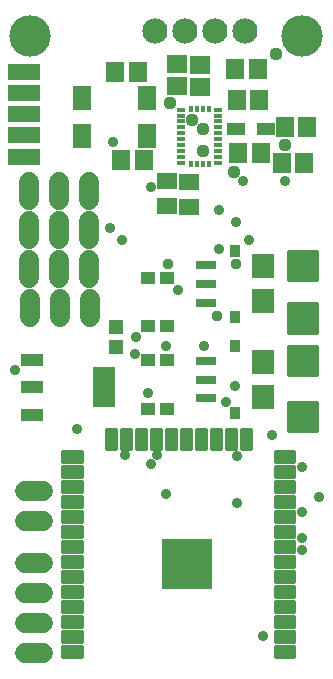
<source format=gbr>
G04 EAGLE Gerber RS-274X export*
G75*
%MOMM*%
%FSLAX34Y34*%
%LPD*%
%INSoldermask Top*%
%IPPOS*%
%AMOC8*
5,1,8,0,0,1.08239X$1,22.5*%
G01*
%ADD10C,3.503200*%
%ADD11C,1.727200*%
%ADD12R,1.203200X1.303200*%
%ADD13C,0.397150*%
%ADD14R,4.203200X4.203200*%
%ADD15R,1.803400X0.711200*%
%ADD16R,0.812800X1.092200*%
%ADD17R,1.905000X2.006600*%
%ADD18R,0.678200X0.453200*%
%ADD19R,0.453200X0.578200*%
%ADD20R,1.703200X1.503200*%
%ADD21R,1.503200X1.703200*%
%ADD22R,1.503200X2.103200*%
%ADD23R,1.703200X1.403200*%
%ADD24C,2.133600*%
%ADD25R,1.553200X1.003200*%
%ADD26C,0.329181*%
%ADD27R,1.964400X1.054000*%
%ADD28R,1.964400X3.354000*%
%ADD29R,1.203200X1.103200*%
%ADD30R,2.743200X1.473200*%
%ADD31C,0.909600*%
%ADD32C,0.959600*%
%ADD33C,1.109600*%


D10*
X25000Y540000D03*
X255000Y540000D03*
D11*
X35720Y18100D02*
X20480Y18100D01*
X20480Y43500D02*
X35720Y43500D01*
X35720Y68900D02*
X20480Y68900D01*
X20480Y94300D02*
X35720Y94300D01*
D12*
X98100Y276600D03*
X98100Y293600D03*
D13*
X68030Y15520D02*
X52970Y15520D01*
X52970Y22580D01*
X68030Y22580D01*
X68030Y15520D01*
X68030Y19293D02*
X52970Y19293D01*
X52970Y28220D02*
X68030Y28220D01*
X52970Y28220D02*
X52970Y35280D01*
X68030Y35280D01*
X68030Y28220D01*
X68030Y31993D02*
X52970Y31993D01*
X52970Y40920D02*
X68030Y40920D01*
X52970Y40920D02*
X52970Y47980D01*
X68030Y47980D01*
X68030Y40920D01*
X68030Y44693D02*
X52970Y44693D01*
X52970Y53620D02*
X68030Y53620D01*
X52970Y53620D02*
X52970Y60680D01*
X68030Y60680D01*
X68030Y53620D01*
X68030Y57393D02*
X52970Y57393D01*
X52970Y66320D02*
X68030Y66320D01*
X52970Y66320D02*
X52970Y73380D01*
X68030Y73380D01*
X68030Y66320D01*
X68030Y70093D02*
X52970Y70093D01*
X52970Y79020D02*
X68030Y79020D01*
X52970Y79020D02*
X52970Y86080D01*
X68030Y86080D01*
X68030Y79020D01*
X68030Y82793D02*
X52970Y82793D01*
X52970Y91720D02*
X68030Y91720D01*
X52970Y91720D02*
X52970Y98780D01*
X68030Y98780D01*
X68030Y91720D01*
X68030Y95493D02*
X52970Y95493D01*
X52970Y104420D02*
X68030Y104420D01*
X52970Y104420D02*
X52970Y111480D01*
X68030Y111480D01*
X68030Y104420D01*
X68030Y108193D02*
X52970Y108193D01*
X52970Y117120D02*
X68030Y117120D01*
X52970Y117120D02*
X52970Y124180D01*
X68030Y124180D01*
X68030Y117120D01*
X68030Y120893D02*
X52970Y120893D01*
X52970Y129820D02*
X68030Y129820D01*
X52970Y129820D02*
X52970Y136880D01*
X68030Y136880D01*
X68030Y129820D01*
X68030Y133593D02*
X52970Y133593D01*
X52970Y142520D02*
X68030Y142520D01*
X52970Y142520D02*
X52970Y149580D01*
X68030Y149580D01*
X68030Y142520D01*
X68030Y146293D02*
X52970Y146293D01*
X52970Y155220D02*
X68030Y155220D01*
X52970Y155220D02*
X52970Y162280D01*
X68030Y162280D01*
X68030Y155220D01*
X68030Y158993D02*
X52970Y158993D01*
X52970Y167920D02*
X68030Y167920D01*
X52970Y167920D02*
X52970Y174980D01*
X68030Y174980D01*
X68030Y167920D01*
X68030Y171693D02*
X52970Y171693D01*
X52970Y180620D02*
X68030Y180620D01*
X52970Y180620D02*
X52970Y187680D01*
X68030Y187680D01*
X68030Y180620D01*
X68030Y184393D02*
X52970Y184393D01*
X89820Y191620D02*
X89820Y206680D01*
X96880Y206680D01*
X96880Y191620D01*
X89820Y191620D01*
X89820Y195393D02*
X96880Y195393D01*
X96880Y199166D02*
X89820Y199166D01*
X89820Y202939D02*
X96880Y202939D01*
X102520Y206680D02*
X102520Y191620D01*
X102520Y206680D02*
X109580Y206680D01*
X109580Y191620D01*
X102520Y191620D01*
X102520Y195393D02*
X109580Y195393D01*
X109580Y199166D02*
X102520Y199166D01*
X102520Y202939D02*
X109580Y202939D01*
X115220Y206680D02*
X115220Y191620D01*
X115220Y206680D02*
X122280Y206680D01*
X122280Y191620D01*
X115220Y191620D01*
X115220Y195393D02*
X122280Y195393D01*
X122280Y199166D02*
X115220Y199166D01*
X115220Y202939D02*
X122280Y202939D01*
X127920Y206680D02*
X127920Y191620D01*
X127920Y206680D02*
X134980Y206680D01*
X134980Y191620D01*
X127920Y191620D01*
X127920Y195393D02*
X134980Y195393D01*
X134980Y199166D02*
X127920Y199166D01*
X127920Y202939D02*
X134980Y202939D01*
X140620Y206680D02*
X140620Y191620D01*
X140620Y206680D02*
X147680Y206680D01*
X147680Y191620D01*
X140620Y191620D01*
X140620Y195393D02*
X147680Y195393D01*
X147680Y199166D02*
X140620Y199166D01*
X140620Y202939D02*
X147680Y202939D01*
X153320Y206680D02*
X153320Y191620D01*
X153320Y206680D02*
X160380Y206680D01*
X160380Y191620D01*
X153320Y191620D01*
X153320Y195393D02*
X160380Y195393D01*
X160380Y199166D02*
X153320Y199166D01*
X153320Y202939D02*
X160380Y202939D01*
X166020Y206680D02*
X166020Y191620D01*
X166020Y206680D02*
X173080Y206680D01*
X173080Y191620D01*
X166020Y191620D01*
X166020Y195393D02*
X173080Y195393D01*
X173080Y199166D02*
X166020Y199166D01*
X166020Y202939D02*
X173080Y202939D01*
X178720Y206680D02*
X178720Y191620D01*
X178720Y206680D02*
X185780Y206680D01*
X185780Y191620D01*
X178720Y191620D01*
X178720Y195393D02*
X185780Y195393D01*
X185780Y199166D02*
X178720Y199166D01*
X178720Y202939D02*
X185780Y202939D01*
X191420Y206680D02*
X191420Y191620D01*
X191420Y206680D02*
X198480Y206680D01*
X198480Y191620D01*
X191420Y191620D01*
X191420Y195393D02*
X198480Y195393D01*
X198480Y199166D02*
X191420Y199166D01*
X191420Y202939D02*
X198480Y202939D01*
X204120Y206680D02*
X204120Y191620D01*
X204120Y206680D02*
X211180Y206680D01*
X211180Y191620D01*
X204120Y191620D01*
X204120Y195393D02*
X211180Y195393D01*
X211180Y199166D02*
X204120Y199166D01*
X204120Y202939D02*
X211180Y202939D01*
X232970Y187680D02*
X248030Y187680D01*
X248030Y180620D01*
X232970Y180620D01*
X232970Y187680D01*
X232970Y184393D02*
X248030Y184393D01*
X248030Y174980D02*
X232970Y174980D01*
X248030Y174980D02*
X248030Y167920D01*
X232970Y167920D01*
X232970Y174980D01*
X232970Y171693D02*
X248030Y171693D01*
X248030Y162280D02*
X232970Y162280D01*
X248030Y162280D02*
X248030Y155220D01*
X232970Y155220D01*
X232970Y162280D01*
X232970Y158993D02*
X248030Y158993D01*
X248030Y149580D02*
X232970Y149580D01*
X248030Y149580D02*
X248030Y142520D01*
X232970Y142520D01*
X232970Y149580D01*
X232970Y146293D02*
X248030Y146293D01*
X248030Y136880D02*
X232970Y136880D01*
X248030Y136880D02*
X248030Y129820D01*
X232970Y129820D01*
X232970Y136880D01*
X232970Y133593D02*
X248030Y133593D01*
X248030Y124180D02*
X232970Y124180D01*
X248030Y124180D02*
X248030Y117120D01*
X232970Y117120D01*
X232970Y124180D01*
X232970Y120893D02*
X248030Y120893D01*
X248030Y111480D02*
X232970Y111480D01*
X248030Y111480D02*
X248030Y104420D01*
X232970Y104420D01*
X232970Y111480D01*
X232970Y108193D02*
X248030Y108193D01*
X248030Y98780D02*
X232970Y98780D01*
X248030Y98780D02*
X248030Y91720D01*
X232970Y91720D01*
X232970Y98780D01*
X232970Y95493D02*
X248030Y95493D01*
X248030Y86080D02*
X232970Y86080D01*
X248030Y86080D02*
X248030Y79020D01*
X232970Y79020D01*
X232970Y86080D01*
X232970Y82793D02*
X248030Y82793D01*
X248030Y73380D02*
X232970Y73380D01*
X248030Y73380D02*
X248030Y66320D01*
X232970Y66320D01*
X232970Y73380D01*
X232970Y70093D02*
X248030Y70093D01*
X248030Y60680D02*
X232970Y60680D01*
X248030Y60680D02*
X248030Y53620D01*
X232970Y53620D01*
X232970Y60680D01*
X232970Y57393D02*
X248030Y57393D01*
X248030Y47980D02*
X232970Y47980D01*
X248030Y47980D02*
X248030Y40920D01*
X232970Y40920D01*
X232970Y47980D01*
X232970Y44693D02*
X248030Y44693D01*
X248030Y35280D02*
X232970Y35280D01*
X248030Y35280D02*
X248030Y28220D01*
X232970Y28220D01*
X232970Y35280D01*
X232970Y31993D02*
X248030Y31993D01*
X248030Y22580D02*
X232970Y22580D01*
X248030Y22580D02*
X248030Y15520D01*
X232970Y15520D01*
X232970Y22580D01*
X232970Y19293D02*
X248030Y19293D01*
D14*
X157500Y93150D03*
D15*
X173800Y346400D03*
X173800Y330400D03*
X173800Y314400D03*
D16*
X198800Y358400D03*
X198800Y302400D03*
D17*
X222300Y345400D03*
X222300Y315400D03*
D15*
X173800Y265300D03*
X173800Y249300D03*
X173800Y233300D03*
D16*
X198800Y277300D03*
X198800Y221300D03*
D17*
X222300Y264300D03*
X222300Y234300D03*
D18*
X153125Y432800D03*
D19*
X161250Y432175D03*
X166250Y432175D03*
X171250Y432175D03*
X176250Y432175D03*
D18*
X184375Y432800D03*
X184375Y437800D03*
X184375Y442800D03*
X184375Y447800D03*
X184375Y452800D03*
X184375Y457800D03*
X184375Y462800D03*
X184375Y467800D03*
X184375Y472800D03*
X184375Y477800D03*
D19*
X176250Y478425D03*
X171250Y478425D03*
X166250Y478425D03*
X161250Y478425D03*
D18*
X153125Y477800D03*
X153125Y472800D03*
X153125Y467800D03*
X153125Y462800D03*
X153125Y457800D03*
X153125Y452800D03*
X153125Y447800D03*
X153125Y442800D03*
X153125Y437800D03*
D20*
X149700Y516870D03*
X149700Y497870D03*
X168750Y515600D03*
X168750Y496600D03*
D21*
X198620Y512450D03*
X217620Y512450D03*
X259530Y462920D03*
X240530Y462920D03*
X237990Y432440D03*
X256990Y432440D03*
D22*
X123860Y487810D03*
X68860Y487810D03*
X68860Y455810D03*
X123860Y455810D03*
D21*
X102100Y434980D03*
X121100Y434980D03*
X97020Y509910D03*
X116020Y509910D03*
X220160Y441330D03*
X201160Y441330D03*
D23*
X159860Y395270D03*
X159860Y416270D03*
X140810Y417540D03*
X140810Y396540D03*
D21*
X199890Y485780D03*
X218890Y485780D03*
D24*
X130650Y544200D03*
X156050Y544200D03*
X181450Y544200D03*
X206850Y544200D03*
D25*
X224630Y461650D03*
X199230Y461650D03*
D11*
X36350Y129840D02*
X21110Y129840D01*
X21110Y155240D02*
X36350Y155240D01*
D26*
X243930Y252850D02*
X268070Y252850D01*
X243930Y252850D02*
X243930Y276990D01*
X268070Y276990D01*
X268070Y252850D01*
X268070Y255977D02*
X243930Y255977D01*
X243930Y259104D02*
X268070Y259104D01*
X268070Y262231D02*
X243930Y262231D01*
X243930Y265358D02*
X268070Y265358D01*
X268070Y268485D02*
X243930Y268485D01*
X243930Y271612D02*
X268070Y271612D01*
X268070Y274739D02*
X243930Y274739D01*
X243930Y357670D02*
X268070Y357670D01*
X268070Y333530D01*
X243930Y333530D01*
X243930Y357670D01*
X243930Y336657D02*
X268070Y336657D01*
X268070Y339784D02*
X243930Y339784D01*
X243930Y342911D02*
X268070Y342911D01*
X268070Y346038D02*
X243930Y346038D01*
X243930Y349165D02*
X268070Y349165D01*
X268070Y352292D02*
X243930Y352292D01*
X243930Y355419D02*
X268070Y355419D01*
X268070Y289080D02*
X243930Y289080D01*
X243930Y313220D01*
X268070Y313220D01*
X268070Y289080D01*
X268070Y292207D02*
X243930Y292207D01*
X243930Y295334D02*
X268070Y295334D01*
X268070Y298461D02*
X243930Y298461D01*
X243930Y301588D02*
X268070Y301588D01*
X268070Y304715D02*
X243930Y304715D01*
X243930Y307842D02*
X268070Y307842D01*
X268070Y310969D02*
X243930Y310969D01*
X243930Y205550D02*
X268070Y205550D01*
X243930Y205550D02*
X243930Y229690D01*
X268070Y229690D01*
X268070Y205550D01*
X268070Y208677D02*
X243930Y208677D01*
X243930Y211804D02*
X268070Y211804D01*
X268070Y214931D02*
X243930Y214931D01*
X243930Y218058D02*
X268070Y218058D01*
X268070Y221185D02*
X243930Y221185D01*
X243930Y224312D02*
X268070Y224312D01*
X268070Y227439D02*
X243930Y227439D01*
D27*
X26900Y265570D03*
X26900Y242570D03*
X26900Y219570D03*
D28*
X87400Y242570D03*
D11*
X24130Y368300D02*
X24130Y383540D01*
X49530Y383540D02*
X49530Y368300D01*
X74930Y368300D02*
X74930Y383540D01*
X24130Y401320D02*
X24130Y416560D01*
X49530Y416560D02*
X49530Y401320D01*
X74930Y401320D02*
X74930Y416560D01*
X24130Y350520D02*
X24130Y335280D01*
X49530Y335280D02*
X49530Y350520D01*
X74930Y350520D02*
X74930Y335280D01*
X24600Y317620D02*
X24600Y302380D01*
X50000Y302380D02*
X50000Y317620D01*
X75400Y317620D02*
X75400Y302380D01*
D29*
X125000Y335500D03*
X125000Y294500D03*
X141000Y294500D03*
X141000Y335500D03*
X125000Y265500D03*
X125000Y224500D03*
X141000Y224500D03*
X141000Y265500D03*
D30*
X20000Y510000D03*
X20000Y492000D03*
X20000Y474000D03*
X20000Y456000D03*
X20000Y438000D03*
D31*
X200406Y184404D03*
X191262Y230124D03*
X198882Y243840D03*
X200406Y144780D03*
X199644Y382524D03*
X185166Y392524D03*
X124968Y237744D03*
X113538Y270510D03*
X114300Y284988D03*
D32*
X183000Y303000D03*
X199000Y347000D03*
X142000Y347000D03*
D31*
X140000Y277500D03*
X230000Y202500D03*
X222500Y32500D03*
D33*
X171290Y442600D03*
X197960Y424820D03*
X171290Y461650D03*
X143350Y483240D03*
X233520Y525150D03*
D31*
X132500Y185000D03*
X210000Y367500D03*
D33*
X162400Y469270D03*
X241140Y447680D03*
D31*
X150000Y325000D03*
X185000Y360000D03*
X240792Y417576D03*
X204978Y417576D03*
X105000Y185000D03*
X255000Y175000D03*
X127500Y177500D03*
X172500Y277500D03*
X140000Y152500D03*
X270000Y150000D03*
X127500Y412500D03*
X102500Y367500D03*
X92500Y377500D03*
X255000Y137500D03*
X95000Y450000D03*
X255000Y105000D03*
X65000Y207500D03*
X255000Y115000D03*
X12500Y257500D03*
M02*

</source>
